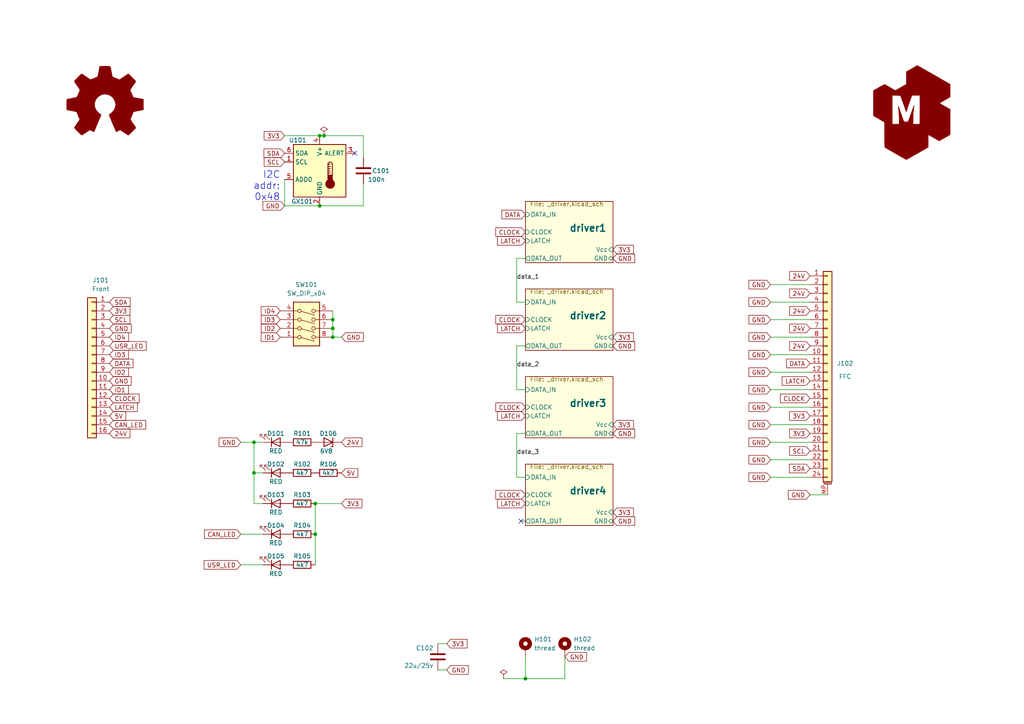
<source format=kicad_sch>
(kicad_sch (version 20211123) (generator eeschema)
  (paper "A4")
  (title_block (title "WormControl-Input32-UIBoard") (date "2026-02-10") (rev "0.1") (company "makerspace.lt"))
  (lib_symbols
    (symbol "-local:LOGO_KMS" (pin_names (offset 1.016))
      (symbol "LOGO_KMS_0_0"
        (polyline (pts (xy 0.0117 -14.5438) (xy 0.1815 -14.4596) (xy 0.4733 -14.3044) (xy 0.8715 -14.0867) (xy 1.3602 -13.8153) (xy 1.924 -13.4987) (xy 2.5471 -13.1457) (xy 3.2139 -12.765) (xy 6.35 -10.9673) (xy 6.35 -9.1666) (xy 6.3501 -8.9706) (xy 6.3525 -8.4585) (xy 6.3574 -8.0174) (xy 6.3642 -7.6719) (xy 6.3725 -7.4466) (xy 6.382 -7.366) (xy 6.3931 -7.3705) (xy 6.5163 -7.4356) (xy 6.7572 -7.5687) (xy 7.0937 -7.7574) (xy 7.504 -7.9893) (xy 7.966 -8.2524) (xy 9.518 -9.1387) (xy 9.8784 -8.9373) (xy 9.9805 -8.8799) (xy 10.249 -8.728) (xy 10.6096 -8.5232) (xy 11.0278 -8.2852) (xy 11.4694 -8.0335) (xy 12.7 -7.331) (xy 12.7 0.0494) (xy 11.176 0.9196) (xy 11.0418 0.9963) (xy 10.5993 1.2512) (xy 10.2174 1.4738) (xy 9.9177 1.6515) (xy 9.722 1.7712) (xy 9.652 1.8203) (xy 9.6578 1.8264) (xy 9.7659 1.8969) (xy 9.9934 2.0344) (xy 10.3187 2.2262) (xy 10.7201 2.4593) (xy 11.176 2.721) (xy 12.7 3.5912) (xy 12.7 7.3263) (xy 8.3185 9.8382) (xy 7.6069 10.2461) (xy 6.8355 10.688) (xy 6.1113 11.1028) (xy 5.4483 11.4824) (xy 4.8609 11.8184) (xy 4.3634 12.1028) (xy 3.9699 12.3275) (xy 3.6948 12.4842) (xy 3.5523 12.5649) (xy 3.1677 12.7795) (xy 1.5789 11.8716) (xy -0.0098 10.9637) (xy -0.0424 7.3239) (xy -1.6087 6.4227) (xy -1.8975 6.2571) (xy -2.3649 5.9936) (xy -2.7164 5.8043) (xy -2.9709 5.68) (xy -3.1477 5.612) (xy -3.2658 5.5912) (xy -3.3444 5.6086) (xy -3.4618 5.6732) (xy -3.7025 5.8093) (xy -4.0377 6.0007) (xy -4.4409 6.2321) (xy -4.8855 6.4885) (xy -5.3221 6.7382) (xy -5.7113 6.9558) (xy -6.0282 7.1278) (xy -6.2482 7.2407) (xy -6.3467 7.2813) (xy -6.3645 7.2764) (xy -6.5062 7.2095) (xy -6.7636 7.0739) (xy -7.1139 6.8821) (xy -7.5342 6.6465) (xy -8.0018 6.3795) (xy -9.5674 5.4776) (xy -9.5674 4.0688) (xy -4.064 4.0688) (xy -1.7516 4.0216) (xy -1.1718 2.4553) (xy -1 1.9865) (xy -0.7964 1.4201) (xy -0.6059 0.8796) (xy -0.4442 0.409) (xy -0.3266 0.0527) (xy -0.2179 -0.2807) (xy -0.1159 -0.5429) (xy -0.0353 -0.6449) (xy 0.0378 -0.5883) (xy 0.1173 -0.3745) (xy 0.217 -0.005) (xy 0.2461 0.1011) (xy 0.3452 0.4246) (xy 0.4827 0.8444) (xy 0.6445 1.3178) (xy 0.8165 1.8022) (xy 0.8988 2.0297) (xy 1.0719 2.5096) (xy 1.232 2.9552) (xy 1.3642 3.325) (xy 1.4536 3.5771) (xy 1.6242 4.064) (xy 3.88 4.064) (xy 3.9085 3.0691) (xy 3.9135 2.811) (xy 3.9177 2.3699) (xy 3.9198 1.8095) (xy 3.9199 1.1571) (xy 3.9179 0.44) (xy 3.9139 -0.3146) (xy 3.908 -1.0795) (xy 3.879 -4.2334) (xy 1.9224 -4.2334) (xy 1.9748 -2.4342) (xy 1.9947 -1.8396) (xy 2.0364 -0.9704) (xy 2.0906 -0.2293) (xy 2.1593 0.4093) (xy 2.2446 0.971) (xy 2.262 1.0904) (xy 2.2529 1.171) (xy 2.1976 1.1001) (xy 2.0991 0.8842) (xy 1.9605 0.5295) (xy 1.7849 0.0423) (xy 1.7468 -0.0664) (xy 1.5718 -0.5599) (xy 1.3664 -1.1332) (xy 1.1532 -1.7235) (xy 0.9546 -2.2683) (xy 0.4799 -3.5629) (xy -0.1138 -3.5383) (xy -0.7074 -3.5137) (xy -0.9586 -2.8364) (xy -0.9612 -2.8292) (xy -1.0706 -2.529) (xy -1.2213 -2.1084) (xy -1.3998 -1.6058) (xy -1.5924 -1.0595) (xy -1.7856 -0.508) (xy -1.8442 -0.3408) (xy -2.0095 0.1196) (xy -2.1523 0.5018) (xy -2.2647 0.7852) (xy -2.3386 0.9493) (xy -2.3659 0.9736) (xy -2.3657 0.9477) (xy -2.3538 0.7623) (xy -2.3275 0.455) (xy -2.29 0.0619) (xy -2.2445 -0.381) (xy -2.2379 -0.4446) (xy -2.1912 -1.0068) (xy -2.1531 -1.6534) (xy -2.1273 -2.3095) (xy -2.1176 -2.8999) (xy -2.1167 -4.2334) (xy -4.064 -4.2334) (xy -4.064 4.0688) (xy -9.5674 4.0688) (xy -9.5674 -1.8386) (xy -8.1915 -2.6257) (xy -7.7716 -2.8672) (xy -7.3526 -3.111) (xy -6.9963 -3.3211) (xy -6.7308 -3.4809) (xy -6.5844 -3.5738) (xy -6.353 -3.7348) (xy -6.3529 -7.3454) (xy -6.3527 -7.7944) (xy -6.3506 -8.6376) (xy -6.346 -9.3299) (xy -6.3386 -9.8839) (xy -6.3279 -10.3121) (xy -6.3136 -10.6272) (xy -6.2954 -10.8417) (xy -6.2729 -10.9682) (xy -6.2456 -11.0192) (xy -6.2238 -11.0319) (xy -6.0739 -11.1186) (xy -5.8 -11.2769) (xy -5.4182 -11.4974) (xy -4.9445 -11.7709) (xy -4.3949 -12.0881) (xy -3.7856 -12.4397) (xy -3.1327 -12.8164) (xy -2.8568 -12.9754) (xy -2.2209 -13.34) (xy -1.6355 -13.6733) (xy -1.1165 -13.9663) (xy -0.6799 -14.2101) (xy -0.3417 -14.3958) (xy -0.1179 -14.5142) (xy -0.0246 -14.5566) (xy 0.0117 -14.5438)) (stroke (width 0.01)) (fill (type outline)))
      )
    )
    (symbol "Connector_Generic:Conn_01x16" (pin_names (offset 1.016) hide)
      (property "Reference" "J" (at 0 20.32 0))
      (property "Value" "Conn_01x16" (at 0 -22.86 0))
      (symbol "Conn_01x16_1_1"
        (rectangle (start -1.27 -20.193) (end 0 -20.447) (stroke (width 0.1524)))
        (rectangle (start -1.27 -17.653) (end 0 -17.907) (stroke (width 0.1524)))
        (rectangle (start -1.27 -15.113) (end 0 -15.367) (stroke (width 0.1524)))
        (rectangle (start -1.27 -12.573) (end 0 -12.827) (stroke (width 0.1524)))
        (rectangle (start -1.27 -10.033) (end 0 -10.287) (stroke (width 0.1524)))
        (rectangle (start -1.27 -7.493) (end 0 -7.747) (stroke (width 0.1524)))
        (rectangle (start -1.27 -4.953) (end 0 -5.207) (stroke (width 0.1524)))
        (rectangle (start -1.27 -2.413) (end 0 -2.667) (stroke (width 0.1524)))
        (rectangle (start -1.27 0.127) (end 0 -0.127) (stroke (width 0.1524)))
        (rectangle (start -1.27 2.667) (end 0 2.413) (stroke (width 0.1524)))
        (rectangle (start -1.27 5.207) (end 0 4.953) (stroke (width 0.1524)))
        (rectangle (start -1.27 7.747) (end 0 7.493) (stroke (width 0.1524)))
        (rectangle (start -1.27 10.287) (end 0 10.033) (stroke (width 0.1524)))
        (rectangle (start -1.27 12.827) (end 0 12.573) (stroke (width 0.1524)))
        (rectangle (start -1.27 15.367) (end 0 15.113) (stroke (width 0.1524)))
        (rectangle (start -1.27 17.907) (end 0 17.653) (stroke (width 0.1524)))
        (rectangle (start -1.27 19.05) (end 1.27 -21.59) (stroke (width 0.254)) (fill (type background)))
        (pin passive line (at -5.08 17.78 0) (length 3.81) (name "Pin_1") (number "1"))
        (pin passive line (at -5.08 -5.08 0) (length 3.81) (name "Pin_10") (number "10"))
        (pin passive line (at -5.08 -7.62 0) (length 3.81) (name "Pin_11") (number "11"))
        (pin passive line (at -5.08 -10.16 0) (length 3.81) (name "Pin_12") (number "12"))
        (pin passive line (at -5.08 -12.7 0) (length 3.81) (name "Pin_13") (number "13"))
        (pin passive line (at -5.08 -15.24 0) (length 3.81) (name "Pin_14") (number "14"))
        (pin passive line (at -5.08 -17.78 0) (length 3.81) (name "Pin_15") (number "15"))
        (pin passive line (at -5.08 -20.32 0) (length 3.81) (name "Pin_16") (number "16"))
        (pin passive line (at -5.08 15.24 0) (length 3.81) (name "Pin_2") (number "2"))
        (pin passive line (at -5.08 12.7 0) (length 3.81) (name "Pin_3") (number "3"))
        (pin passive line (at -5.08 10.16 0) (length 3.81) (name "Pin_4") (number "4"))
        (pin passive line (at -5.08 7.62 0) (length 3.81) (name "Pin_5") (number "5"))
        (pin passive line (at -5.08 5.08 0) (length 3.81) (name "Pin_6") (number "6"))
        (pin passive line (at -5.08 2.54 0) (length 3.81) (name "Pin_7") (number "7"))
        (pin passive line (at -5.08 0 0) (length 3.81) (name "Pin_8") (number "8"))
        (pin passive line (at -5.08 -2.54 0) (length 3.81) (name "Pin_9") (number "9"))
      )
    )
    (symbol "Connector_Generic_MountingPin:Conn_01x24_MountingPin" (pin_names (offset 1.016) hide)
      (property "Reference" "J" (at 0 30.48 0))
      (property "Value" "Conn_01x24_MountingPin" (at 1.27 -33.02 0))
      (symbol "Conn_01x24_MountingPin_1_1"
        (rectangle (start -1.27 -30.353) (end 0 -30.607) (stroke (width 0.1524)))
        (rectangle (start -1.27 -27.813) (end 0 -28.067) (stroke (width 0.1524)))
        (rectangle (start -1.27 -25.273) (end 0 -25.527) (stroke (width 0.1524)))
        (rectangle (start -1.27 -22.733) (end 0 -22.987) (stroke (width 0.1524)))
        (rectangle (start -1.27 -20.193) (end 0 -20.447) (stroke (width 0.1524)))
        (rectangle (start -1.27 -17.653) (end 0 -17.907) (stroke (width 0.1524)))
        (rectangle (start -1.27 -15.113) (end 0 -15.367) (stroke (width 0.1524)))
        (rectangle (start -1.27 -12.573) (end 0 -12.827) (stroke (width 0.1524)))
        (rectangle (start -1.27 -10.033) (end 0 -10.287) (stroke (width 0.1524)))
        (rectangle (start -1.27 -7.493) (end 0 -7.747) (stroke (width 0.1524)))
        (rectangle (start -1.27 -4.953) (end 0 -5.207) (stroke (width 0.1524)))
        (rectangle (start -1.27 -2.413) (end 0 -2.667) (stroke (width 0.1524)))
        (rectangle (start -1.27 0.127) (end 0 -0.127) (stroke (width 0.1524)))
        (rectangle (start -1.27 2.667) (end 0 2.413) (stroke (width 0.1524)))
        (rectangle (start -1.27 5.207) (end 0 4.953) (stroke (width 0.1524)))
        (rectangle (start -1.27 7.747) (end 0 7.493) (stroke (width 0.1524)))
        (rectangle (start -1.27 10.287) (end 0 10.033) (stroke (width 0.1524)))
        (rectangle (start -1.27 12.827) (end 0 12.573) (stroke (width 0.1524)))
        (rectangle (start -1.27 15.367) (end 0 15.113) (stroke (width 0.1524)))
        (rectangle (start -1.27 17.907) (end 0 17.653) (stroke (width 0.1524)))
        (rectangle (start -1.27 20.447) (end 0 20.193) (stroke (width 0.1524)))
        (rectangle (start -1.27 22.987) (end 0 22.733) (stroke (width 0.1524)))
        (rectangle (start -1.27 25.527) (end 0 25.273) (stroke (width 0.1524)))
        (rectangle (start -1.27 28.067) (end 0 27.813) (stroke (width 0.1524)))
        (rectangle (start -1.27 29.21) (end 1.27 -31.75) (stroke (width 0.254)) (fill (type background)))
        (polyline (pts (xy -1.016 -32.512) (xy 1.016 -32.512)) (stroke (width 0.1524)))
        (text "Mounting" (at 0 -32.131 0) (effects (font (size 0.381 0.381))))
        (pin passive line (at -5.08 27.94 0) (length 3.81) (name "Pin_1") (number "1"))
        (pin passive line (at -5.08 5.08 0) (length 3.81) (name "Pin_10") (number "10"))
        (pin passive line (at -5.08 2.54 0) (length 3.81) (name "Pin_11") (number "11"))
        (pin passive line (at -5.08 0 0) (length 3.81) (name "Pin_12") (number "12"))
        (pin passive line (at -5.08 -2.54 0) (length 3.81) (name "Pin_13") (number "13"))
        (pin passive line (at -5.08 -5.08 0) (length 3.81) (name "Pin_14") (number "14"))
        (pin passive line (at -5.08 -7.62 0) (length 3.81) (name "Pin_15") (number "15"))
        (pin passive line (at -5.08 -10.16 0) (length 3.81) (name "Pin_16") (number "16"))
        (pin passive line (at -5.08 -12.7 0) (length 3.81) (name "Pin_17") (number "17"))
        (pin passive line (at -5.08 -15.24 0) (length 3.81) (name "Pin_18") (number "18"))
        (pin passive line (at -5.08 -17.78 0) (length 3.81) (name "Pin_19") (number "19"))
        (pin passive line (at -5.08 25.4 0) (length 3.81) (name "Pin_2") (number "2"))
        (pin passive line (at -5.08 -20.32 0) (length 3.81) (name "Pin_20") (number "20"))
        (pin passive line (at -5.08 -22.86 0) (length 3.81) (name "Pin_21") (number "21"))
        (pin passive line (at -5.08 -25.4 0) (length 3.81) (name "Pin_22") (number "22"))
        (pin passive line (at -5.08 -27.94 0) (length 3.81) (name "Pin_23") (number "23"))
        (pin passive line (at -5.08 -30.48 0) (length 3.81) (name "Pin_24") (number "24"))
        (pin passive line (at -5.08 22.86 0) (length 3.81) (name "Pin_3") (number "3"))
        (pin passive line (at -5.08 20.32 0) (length 3.81) (name "Pin_4") (number "4"))
        (pin passive line (at -5.08 17.78 0) (length 3.81) (name "Pin_5") (number "5"))
        (pin passive line (at -5.08 15.24 0) (length 3.81) (name "Pin_6") (number "6"))
        (pin passive line (at -5.08 12.7 0) (length 3.81) (name "Pin_7") (number "7"))
        (pin passive line (at -5.08 10.16 0) (length 3.81) (name "Pin_8") (number "8"))
        (pin passive line (at -5.08 7.62 0) (length 3.81) (name "Pin_9") (number "9"))
        (pin passive line (at 0 -35.56 90) (length 3.048) (name "MountPin") (number "MP"))
      )
    )
    (symbol "Device:C" (pin_numbers hide) (pin_names (offset 0.254))
      (property "Reference" "C" (at 0.635 2.54 0))
      (property "Value" "C" (at 0.635 -2.54 0))
      (symbol "C_0_1"
        (polyline (pts (xy -2.032 -0.762) (xy 2.032 -0.762)) (stroke (width 0.508)))
        (polyline (pts (xy -2.032 0.762) (xy 2.032 0.762)) (stroke (width 0.508)))
      )
      (symbol "C_1_1"
        (pin passive line (at 0 3.81 270) (length 2.794) (name "~") (number "1"))
        (pin passive line (at 0 -3.81 90) (length 2.794) (name "~") (number "2"))
      )
    )
    (symbol "Device:D_Zener" (pin_numbers hide) (pin_names (offset 1.016) hide)
      (property "Reference" "D" (at 0 2.54 0))
      (property "Value" "D_Zener" (at 0 -2.54 0))
      (symbol "D_Zener_0_1"
        (polyline (pts (xy 1.27 0) (xy -1.27 0)))
        (polyline (pts (xy -1.27 -1.27) (xy -1.27 1.27) (xy -0.762 1.27)) (stroke (width 0.254)))
        (polyline (pts (xy 1.27 -1.27) (xy 1.27 1.27) (xy -1.27 0) (xy 1.27 -1.27)) (stroke (width 0.254)))
      )
      (symbol "D_Zener_1_1"
        (pin passive line (at -3.81 0 0) (length 2.54) (name "K") (number "1"))
        (pin passive line (at 3.81 0 180) (length 2.54) (name "A") (number "2"))
      )
    )
    (symbol "Device:LED" (pin_numbers hide) (pin_names (offset 1.016) hide)
      (property "Reference" "D" (at 0 2.54 0))
      (property "Value" "LED" (at 0 -2.54 0))
      (symbol "LED_0_1"
        (polyline (pts (xy -1.27 -1.27) (xy -1.27 1.27)) (stroke (width 0.254)))
        (polyline (pts (xy -1.27 0) (xy 1.27 0)))
        (polyline (pts (xy 1.27 -1.27) (xy 1.27 1.27) (xy -1.27 0) (xy 1.27 -1.27)) (stroke (width 0.254)))
        (polyline (pts (xy -3.048 -0.762) (xy -4.572 -2.286) (xy -3.81 -2.286) (xy -4.572 -2.286) (xy -4.572 -1.524)))
        (polyline (pts (xy -1.778 -0.762) (xy -3.302 -2.286) (xy -2.54 -2.286) (xy -3.302 -2.286) (xy -3.302 -1.524)))
      )
      (symbol "LED_1_1"
        (pin passive line (at -3.81 0 0) (length 2.54) (name "K") (number "1"))
        (pin passive line (at 3.81 0 180) (length 2.54) (name "A") (number "2"))
      )
    )
    (symbol "Device:R" (pin_numbers hide) (pin_names (offset 0))
      (property "Reference" "R" (at 2.032 0 90))
      (property "Value" "R" (at 0 0 90))
      (symbol "R_0_1"
        (rectangle (start -1.016 -2.54) (end 1.016 2.54) (stroke (width 0.254)))
      )
      (symbol "R_1_1"
        (pin passive line (at 0 3.81 270) (length 1.27) (name "~") (number "1"))
        (pin passive line (at 0 -3.81 90) (length 1.27) (name "~") (number "2"))
      )
    )
    (symbol "Graphic:Logo_Open_Hardware_Large" (pin_names (offset 1.016))
      (symbol "Logo_Open_Hardware_Large_1_1"
        (polyline (pts (xy 6.731 -8.7122) (xy 6.6294 -8.6614) (xy 6.35 -8.4836) (xy 5.9944 -8.255) (xy 5.5372 -7.9502) (xy 5.1054 -7.6454) (xy 4.7498 -7.4168) (xy 4.4958 -7.239) (xy 4.3942 -7.1882) (xy 4.318 -7.2136) (xy 4.1148 -7.3152) (xy 3.81 -7.4676) (xy 3.6322 -7.5692) (xy 3.3528 -7.6708) (xy 3.2258 -7.6962) (xy 3.2004 -7.6708) (xy 3.0988 -7.4676) (xy 2.9464 -7.0866) (xy 2.7178 -6.604) (xy 2.4892 -6.0452) (xy 2.2352 -5.4356) (xy 1.9558 -4.826) (xy 1.7272 -4.2164) (xy 1.4986 -3.683) (xy 1.3208 -3.2512) (xy 1.2192 -2.9464) (xy 1.1684 -2.8194) (xy 1.1938 -2.794) (xy 1.3208 -2.667) (xy 1.5748 -2.4892) (xy 2.0828 -2.0574) (xy 2.6162 -1.397) (xy 2.921 -0.6604) (xy 3.048 0.1524) (xy 2.9464 0.9144) (xy 2.6416 1.6256) (xy 2.1336 2.286) (xy 1.524 2.7686) (xy 0.8128 3.0734) (xy 0 3.175) (xy -0.762 3.0988) (xy -1.4986 2.794) (xy -2.159 2.286) (xy -2.4384 1.9812) (xy -2.8194 1.3208) (xy -3.048 0.6096) (xy -3.0734 0.4318) (xy -3.0226 -0.3556) (xy -2.794 -1.0922) (xy -2.3876 -1.7526) (xy -1.8288 -2.3114) (xy -1.7526 -2.3622) (xy -1.4732 -2.5654) (xy -1.2954 -2.6924) (xy -1.1684 -2.8194) (xy -2.159 -5.207) (xy -2.3114 -5.588) (xy -2.5908 -6.2484) (xy -2.8194 -6.8072) (xy -3.0226 -7.2644) (xy -3.1496 -7.5692) (xy -3.2258 -7.6708) (xy -3.2258 -7.6962) (xy -3.302 -7.6962) (xy -3.4798 -7.6454) (xy -3.8354 -7.4676) (xy -4.0386 -7.366) (xy -4.2926 -7.239) (xy -4.4196 -7.1882) (xy -4.5212 -7.239) (xy -4.7498 -7.3914) (xy -5.1054 -7.6454) (xy -5.5372 -7.9248) (xy -5.9436 -8.2042) (xy -6.3246 -8.4582) (xy -6.604 -8.636) (xy -6.731 -8.7122) (xy -6.7564 -8.7122) (xy -6.858 -8.636) (xy -7.0866 -8.4582) (xy -7.4168 -8.1534) (xy -7.874 -7.6962) (xy -7.9502 -7.62) (xy -8.3312 -7.239) (xy -8.636 -6.9088) (xy -8.8392 -6.6802) (xy -8.9154 -6.5786) (xy -8.9154 -6.5786) (xy -8.8392 -6.4516) (xy -8.6614 -6.1722) (xy -8.4328 -5.7912) (xy -8.128 -5.3594) (xy -7.3152 -4.191) (xy -7.7724 -3.0988) (xy -7.8994 -2.7686) (xy -8.0772 -2.3622) (xy -8.2042 -2.0828) (xy -8.255 -1.9558) (xy -8.382 -1.905) (xy -8.6614 -1.8542) (xy -9.0932 -1.7526) (xy -9.6266 -1.651) (xy -10.1092 -1.5748) (xy -10.541 -1.4732) (xy -10.8712 -1.4224) (xy -11.0236 -1.397) (xy -11.049 -1.3716) (xy -11.0744 -1.2954) (xy -11.0998 -1.143) (xy -11.0998 -0.889) (xy -11.1252 -0.4572) (xy -11.1252 0.1524) (xy -11.1252 0.2286) (xy -11.0998 0.8128) (xy -11.0998 1.27) (xy -11.0744 1.5494) (xy -11.0744 1.6764) (xy -11.0744 1.6764) (xy -10.922 1.7018) (xy -10.6172 1.778) (xy -10.16 1.8542) (xy -9.652 1.9558) (xy -9.6012 1.9812) (xy -9.0932 2.0828) (xy -8.636 2.159) (xy -8.3312 2.2352) (xy -8.2042 2.286) (xy -8.1788 2.3114) (xy -8.0772 2.5146) (xy -7.9248 2.8448) (xy -7.747 3.2512) (xy -7.5692 3.6576) (xy -7.4168 4.0386) (xy -7.3152 4.318) (xy -7.2898 4.445) (xy -7.2898 4.445) (xy -7.366 4.572) (xy -7.5438 4.826) (xy -7.7978 5.207) (xy -8.128 5.6642) (xy -8.128 5.6896) (xy -8.4328 6.1468) (xy -8.6868 6.5278) (xy -8.8392 6.7818) (xy -8.9154 6.9088) (xy -8.9154 6.9088) (xy -8.8138 7.0358) (xy -8.5852 7.2898) (xy -8.255 7.6454) (xy -7.874 8.0264) (xy -7.747 8.1534) (xy -7.3152 8.5852) (xy -7.0104 8.8646) (xy -6.8326 8.9916) (xy -6.731 9.0424) (xy -6.731 9.0424) (xy -6.604 8.9408) (xy -6.3246 8.763) (xy -5.9436 8.509) (xy -5.4864 8.2042) (xy -5.461 8.1788) (xy -5.0038 7.874) (xy -4.6482 7.62) (xy -4.3688 7.4422) (xy -4.2672 7.3914) (xy -4.2418 7.3914) (xy -4.064 7.4422) (xy -3.7338 7.5438) (xy -3.3528 7.6962) (xy -2.9464 7.874) (xy -2.5654 8.0264) (xy -2.286 8.1534) (xy -2.159 8.2296) (xy -2.159 8.2296) (xy -2.1082 8.382) (xy -2.032 8.7122) (xy -1.9304 9.1694) (xy -1.8288 9.7282) (xy -1.8034 9.8044) (xy -1.7018 10.3378) (xy -1.6256 10.7696) (xy -1.5748 11.0744) (xy -1.524 11.2014) (xy -1.4478 11.2268) (xy -1.1938 11.2522) (xy -0.8128 11.2522) (xy -0.3302 11.2522) (xy 0.1524 11.2522) (xy 0.6604 11.2522) (xy 1.0668 11.2268) (xy 1.3716 11.2014) (xy 1.4986 11.176) (xy 1.4986 11.176) (xy 1.5494 11.0236) (xy 1.6256 10.6934) (xy 1.7018 10.2108) (xy 1.8288 9.6774) (xy 1.8288 9.5758) (xy 1.9304 9.0424) (xy 2.032 8.6106) (xy 2.0828 8.3058) (xy 2.1336 8.2042) (xy 2.159 8.1788) (xy 2.3876 8.0772) (xy 2.7432 7.9248) (xy 3.175 7.747) (xy 4.191 7.3406) (xy 5.461 8.2042) (xy 5.5626 8.2804) (xy 6.0198 8.5852) (xy 6.3754 8.8392) (xy 6.6294 8.9916) (xy 6.7564 9.0424) (xy 6.7564 9.0424) (xy 6.8834 8.9408) (xy 7.1374 8.7122) (xy 7.4676 8.382) (xy 7.8486 7.9756) (xy 8.1534 7.6962) (xy 8.4836 7.3406) (xy 8.7122 7.112) (xy 8.8392 6.9596) (xy 8.8646 6.858) (xy 8.8646 6.8072) (xy 8.7884 6.6802) (xy 8.6106 6.4008) (xy 8.3312 6.0198) (xy 8.0264 5.588) (xy 7.7978 5.207) (xy 7.5184 4.8006) (xy 7.3406 4.4958) (xy 7.2898 4.3434) (xy 7.2898 4.2926) (xy 7.3914 4.0386) (xy 7.5184 3.683) (xy 7.7216 3.2258) (xy 8.1534 2.2352) (xy 8.7884 2.1082) (xy 9.1948 2.0574) (xy 9.7536 1.9304) (xy 10.2616 1.8288) (xy 11.0998 1.6764) (xy 11.1252 -1.3208) (xy 10.9982 -1.3716) (xy 10.8712 -1.397) (xy 10.5664 -1.4732) (xy 10.1346 -1.5494) (xy 9.6266 -1.651) (xy 9.1948 -1.7272) (xy 8.7376 -1.8288) (xy 8.4328 -1.8796) (xy 8.2804 -1.905) (xy 8.255 -1.9558) (xy 8.1534 -2.159) (xy 7.9756 -2.5146) (xy 7.8232 -2.921) (xy 7.6454 -3.3274) (xy 7.493 -3.7338) (xy 7.366 -4.0132) (xy 7.3406 -4.191) (xy 7.3914 -4.2926) (xy 7.5692 -4.5466) (xy 7.7978 -4.9276) (xy 8.1026 -5.3594) (xy 8.4074 -5.7912) (xy 8.6614 -6.1722) (xy 8.8138 -6.4262) (xy 8.89 -6.5532) (xy 8.8646 -6.6548) (xy 8.6868 -6.858) (xy 8.3566 -7.1882) (xy 7.874 -7.6708) (xy 7.7978 -7.747) (xy 7.3914 -8.128) (xy 7.0612 -8.4328) (xy 6.8326 -8.636) (xy 6.731 -8.7122)) (fill (type outline)))
      )
    )
    (symbol "Mechanical:MountingHole_Pad" (pin_numbers hide) (pin_names (offset 1.016) hide)
      (property "Reference" "H" (at 0 6.35 0))
      (property "Value" "MountingHole_Pad" (at 0 4.445 0))
      (symbol "MountingHole_Pad_0_1"
        (circle (center 0 1.27) (radius 1.27) (stroke (width 1.27)))
      )
      (symbol "MountingHole_Pad_1_1"
        (pin input line (at 0 -2.54 90) (length 2.54) (name "1") (number "1"))
      )
    )
    (symbol "Sensor_Temperature:TMP101"
      (property "Reference" "U" (at -2.54 10.795 0))
      (property "Value" "TMP101" (at -2.54 8.89 0))
      (symbol "TMP101_0_1"
        (rectangle (start -7.62 7.62) (end 7.62 -7.62) (stroke (width 0.254)) (fill (type background)))
      )
      (symbol "TMP101_1_1"
        (polyline (pts (xy 2.413 -0.635) (xy 3.048 -0.635)) (stroke (width 0.254)))
        (polyline (pts (xy 2.413 0) (xy 3.048 0)) (stroke (width 0.254)))
        (polyline (pts (xy 2.413 0.635) (xy 3.048 0.635)) (stroke (width 0.254)))
        (polyline (pts (xy 2.413 1.27) (xy 3.048 1.27)) (stroke (width 0.254)))
        (polyline (pts (xy 2.413 1.905) (xy 2.413 -1.27)) (stroke (width 0.254)))
        (polyline (pts (xy 2.413 1.905) (xy 3.048 1.905)) (stroke (width 0.254)))
        (polyline (pts (xy 3.683 1.905) (xy 3.683 -1.27)) (stroke (width 0.254)))
        (circle (center 3.048 -3.81) (radius 1.27) (stroke (width 0.254)) (fill (type outline)))
        (rectangle (start 3.683 -3.175) (end 2.413 -1.27) (stroke (width 0.254)) (fill (type outline)))
        (arc (start 3.683 1.905) (mid 3.048 2.54) (end 2.413 1.905) (stroke (width 0.254)))
        (pin input line (at -10.16 2.54 0) (length 2.54) (name "SCL") (number "1"))
        (pin power_in line (at 0 -10.16 90) (length 2.54) (name "GND") (number "2"))
        (pin open_collector line (at 10.16 5.08 180) (length 2.54) (name "ALERT") (number "3"))
        (pin power_in line (at 0 10.16 270) (length 2.54) (name "V+") (number "4"))
        (pin input line (at -10.16 -2.54 0) (length 2.54) (name "ADD0") (number "5"))
        (pin bidirectional line (at -10.16 5.08 0) (length 2.54) (name "SDA") (number "6"))
      )
    )
    (symbol "Switch:SW_DIP_x04" (pin_names (offset 0) hide)
      (property "Reference" "SW" (at 0 8.89 0))
      (property "Value" "SW_DIP_x04" (at 0 -6.35 0))
      (symbol "SW_DIP_x04_0_0"
        (circle (center -2.032 -2.54) (radius 0.508))
        (circle (center -2.032 0) (radius 0.508))
        (circle (center -2.032 2.54) (radius 0.508))
        (circle (center -2.032 5.08) (radius 0.508))
        (polyline (pts (xy -1.524 -2.3876) (xy 2.3622 -1.3462)))
        (polyline (pts (xy -1.524 0.127) (xy 2.3622 1.1684)))
        (polyline (pts (xy -1.524 2.667) (xy 2.3622 3.7084)))
        (polyline (pts (xy -1.524 5.207) (xy 2.3622 6.2484)))
        (circle (center 2.032 -2.54) (radius 0.508))
        (circle (center 2.032 0) (radius 0.508))
        (circle (center 2.032 2.54) (radius 0.508))
        (circle (center 2.032 5.08) (radius 0.508))
      )
      (symbol "SW_DIP_x04_0_1"
        (rectangle (start -3.81 7.62) (end 3.81 -5.08) (stroke (width 0.254)) (fill (type background)))
      )
      (symbol "SW_DIP_x04_1_1"
        (pin passive line (at -7.62 5.08 0) (length 5.08) (name "~") (number "1"))
        (pin passive line (at -7.62 2.54 0) (length 5.08) (name "~") (number "2"))
        (pin passive line (at -7.62 0 0) (length 5.08) (name "~") (number "3"))
        (pin passive line (at -7.62 -2.54 0) (length 5.08) (name "~") (number "4"))
        (pin passive line (at 7.62 -2.54 180) (length 5.08) (name "~") (number "5"))
        (pin passive line (at 7.62 0 180) (length 5.08) (name "~") (number "6"))
        (pin passive line (at 7.62 2.54 180) (length 5.08) (name "~") (number "7"))
        (pin passive line (at 7.62 5.08 180) (length 5.08) (name "~") (number "8"))
      )
    )
    (symbol "power:PWR_FLAG" (power) (pin_numbers hide) (pin_names (offset 0) hide)
      (property "Value" "PWR_FLAG" (at 0 3.81 0))
      (symbol "PWR_FLAG_0_0"
        (pin power_out line (at 0 0 90) (length 0) (name "pwr") (number "1"))
      )
      (symbol "PWR_FLAG_0_1"
        (polyline (pts (xy 0 0) (xy 0 1.27) (xy -1.016 1.905) (xy 0 2.54) (xy 1.016 1.905) (xy 0 1.27)))
      )
    )
  )
  (junction (at 73.66 128.27))
  (junction (at 73.66 137.16))
  (junction (at 96.52 97.79))
  (junction (at 96.52 95.25))
  (junction (at 152.4 196.85))
  (junction (at 91.44 146.05))
  (junction (at 92.71 59.69))
  (junction (at 93.98 39.37))
  (junction (at 96.52 92.71))
  (junction (at 91.44 154.94))
  (junction (at 92.71 39.37))
  (no_connect (at 102.87 44.45))
  (no_connect (at 151.13 151.13))
  (wire (pts (xy 152.4 125.73) (xy 149.86 125.73)))
  (wire (pts (xy 105.41 45.72) (xy 105.41 39.37)))
  (wire (pts (xy 152.4 74.93) (xy 149.86 74.93)))
  (wire (pts (xy 96.52 97.79) (xy 96.52 95.25)))
  (wire (pts (xy 82.55 52.07) (xy 82.55 59.69)))
  (wire (pts (xy 76.2 128.27) (xy 73.66 128.27)))
  (wire (pts (xy 234.95 128.27) (xy 223.52 128.27)))
  (wire (pts (xy 105.41 53.34) (xy 105.41 59.69)))
  (wire (pts (xy 223.52 138.43) (xy 234.95 138.43)))
  (wire (pts (xy 234.95 118.11) (xy 223.52 118.11)))
  (wire (pts (xy 82.55 39.37) (xy 92.71 39.37)))
  (wire (pts (xy 96.52 95.25) (xy 96.52 92.71)))
  (wire (pts (xy 96.52 92.71) (xy 96.52 90.17)))
  (wire (pts (xy 163.83 196.85) (xy 163.83 190.5)))
  (wire (pts (xy 223.52 107.95) (xy 234.95 107.95)))
  (wire (pts (xy 149.86 138.43) (xy 152.4 138.43)))
  (wire (pts (xy 105.41 59.69) (xy 92.71 59.69)))
  (wire (pts (xy 92.71 59.69) (xy 82.55 59.69)))
  (wire (pts (xy 223.52 82.55) (xy 234.95 82.55)))
  (wire (pts (xy 149.86 125.73) (xy 149.86 138.43)))
  (wire (pts (xy 234.95 143.51) (xy 240.03 143.51)))
  (wire (pts (xy 223.52 87.63) (xy 234.95 87.63)))
  (wire (pts (xy 91.44 154.94) (xy 91.44 163.83)))
  (wire (pts (xy 91.44 146.05) (xy 91.44 154.94)))
  (wire (pts (xy 152.4 100.33) (xy 149.86 100.33)))
  (wire (pts (xy 129.54 194.31) (xy 127 194.31)))
  (wire (pts (xy 99.06 146.05) (xy 91.44 146.05)))
  (wire (pts (xy 129.54 186.69) (xy 127 186.69)))
  (wire (pts (xy 223.52 133.35) (xy 234.95 133.35)))
  (wire (pts (xy 69.85 163.83) (xy 76.2 163.83)))
  (wire (pts (xy 223.52 102.87) (xy 234.95 102.87)))
  (wire (pts (xy 93.98 39.37) (xy 92.71 39.37)))
  (wire (pts (xy 223.52 97.79) (xy 234.95 97.79)))
  (wire (pts (xy 105.41 39.37) (xy 93.98 39.37)))
  (wire (pts (xy 151.13 151.13) (xy 152.4 151.13)))
  (wire (pts (xy 223.52 113.03) (xy 234.95 113.03)))
  (wire (pts (xy 152.4 196.85) (xy 152.4 190.5)))
  (wire (pts (xy 149.86 87.63) (xy 152.4 87.63)))
  (wire (pts (xy 234.95 123.19) (xy 223.52 123.19)))
  (wire (pts (xy 73.66 128.27) (xy 73.66 137.16)))
  (wire (pts (xy 73.66 146.05) (xy 76.2 146.05)))
  (wire (pts (xy 73.66 137.16) (xy 73.66 146.05)))
  (wire (pts (xy 76.2 137.16) (xy 73.66 137.16)))
  (wire (pts (xy 146.05 196.85) (xy 152.4 196.85)))
  (wire (pts (xy 149.86 113.03) (xy 152.4 113.03)))
  (wire (pts (xy 223.52 92.71) (xy 234.95 92.71)))
  (wire (pts (xy 69.85 128.27) (xy 73.66 128.27)))
  (wire (pts (xy 149.86 74.93) (xy 149.86 87.63)))
  (wire (pts (xy 76.2 154.94) (xy 69.85 154.94)))
  (wire (pts (xy 99.06 97.79) (xy 96.52 97.79)))
  (wire (pts (xy 149.86 100.33) (xy 149.86 113.03)))
  (wire (pts (xy 152.4 196.85) (xy 163.83 196.85)))
  (text "I2C\naddr:\n0x48" (at 81.28 58.42 180) (effects (font (size 2 2)) (justify right bottom)))
  (label "data_3" (at 149.86 132.08 0))
  (label "data_1" (at 149.86 81.28 0))
  (label "data_2" (at 149.86 106.68 0))
  (global_label "DATA" (shape input) (at 152.4 62.23 180) (property "Intersheet References" "${INTERSHEET_REFS}" (effects hide)))
  (global_label "24V" (shape input) (at 234.95 80.01 180) (property "Intersheet References" "${INTERSHEET_REFS}" (effects hide)))
  (global_label "GND" (shape input) (at 99.06 97.79 0) (property "Intersheet References" "${INTERSHEET_REFS}" (effects hide)))
  (global_label "GND" (shape input) (at 223.52 87.63 180) (property "Intersheet References" "${INTERSHEET_REFS}" (effects hide)))
  (global_label "GND" (shape input) (at 223.52 128.27 180) (property "Intersheet References" "${INTERSHEET_REFS}" (effects hide)))
  (global_label "CLOCK" (shape input) (at 234.95 115.57 180) (property "Intersheet References" "${INTERSHEET_REFS}" (effects hide)))
  (global_label "CAN_LED" (shape input) (at 69.85 154.94 180) (property "Intersheet References" "${INTERSHEET_REFS}" (effects hide)))
  (global_label "GND" (shape input) (at 177.8 151.13 0) (property "Intersheet References" "${INTERSHEET_REFS}" (effects hide)))
  (global_label "GND" (shape input) (at 223.52 133.35 180) (property "Intersheet References" "${INTERSHEET_REFS}" (effects hide)))
  (global_label "SCL" (shape input) (at 82.55 46.99 180) (property "Intersheet References" "${INTERSHEET_REFS}" (effects hide)))
  (global_label "GND" (shape input) (at 177.8 125.73 0) (property "Intersheet References" "${INTERSHEET_REFS}" (effects hide)))
  (global_label "LATCH" (shape input) (at 234.95 110.49 180) (property "Intersheet References" "${INTERSHEET_REFS}" (effects hide)))
  (global_label "3V3" (shape input) (at 31.75 90.17 0) (property "Intersheet References" "${INTERSHEET_REFS}" (effects hide)))
  (global_label "GND" (shape input) (at 223.52 102.87 180) (property "Intersheet References" "${INTERSHEET_REFS}" (effects hide)))
  (global_label "5V" (shape input) (at 99.06 137.16 0) (property "Intersheet References" "${INTERSHEET_REFS}" (effects hide)))
  (global_label "SCL" (shape input) (at 31.75 92.71 0) (property "Intersheet References" "${INTERSHEET_REFS}" (effects hide)))
  (global_label "DATA" (shape input) (at 31.75 105.41 0) (property "Intersheet References" "${INTERSHEET_REFS}" (effects hide)))
  (global_label "CLOCK" (shape input) (at 152.4 92.71 180) (property "Intersheet References" "${INTERSHEET_REFS}" (effects hide)))
  (global_label "LATCH" (shape input) (at 31.75 118.11 0) (property "Intersheet References" "${INTERSHEET_REFS}" (effects hide)))
  (global_label "ID2" (shape input) (at 81.28 95.25 180) (property "Intersheet References" "${INTERSHEET_REFS}" (effects hide)))
  (global_label "USR_LED" (shape input) (at 31.75 100.33 0) (property "Intersheet References" "${INTERSHEET_REFS}" (effects hide)))
  (global_label "3V3" (shape input) (at 234.95 125.73 180) (property "Intersheet References" "${INTERSHEET_REFS}" (effects hide)))
  (global_label "GND" (shape input) (at 82.55 59.69 180) (property "Intersheet References" "${INTERSHEET_REFS}" (effects hide)))
  (global_label "USR_LED" (shape input) (at 69.85 163.83 180) (property "Intersheet References" "${INTERSHEET_REFS}" (effects hide)))
  (global_label "ID1" (shape input) (at 31.75 113.03 0) (property "Intersheet References" "${INTERSHEET_REFS}" (effects hide)))
  (global_label "ID4" (shape input) (at 81.28 90.17 180) (property "Intersheet References" "${INTERSHEET_REFS}" (effects hide)))
  (global_label "3V3" (shape input) (at 177.8 123.19 0) (property "Intersheet References" "${INTERSHEET_REFS}" (effects hide)))
  (global_label "3V3" (shape input) (at 99.06 146.05 0) (property "Intersheet References" "${INTERSHEET_REFS}" (effects hide)))
  (global_label "ID2" (shape input) (at 31.75 107.95 0) (property "Intersheet References" "${INTERSHEET_REFS}" (effects hide)))
  (global_label "SDA" (shape input) (at 31.75 87.63 0) (property "Intersheet References" "${INTERSHEET_REFS}" (effects hide)))
  (global_label "GND" (shape input) (at 177.8 74.93 0) (property "Intersheet References" "${INTERSHEET_REFS}" (effects hide)))
  (global_label "GND" (shape input) (at 223.52 107.95 180) (property "Intersheet References" "${INTERSHEET_REFS}" (effects hide)))
  (global_label "24V" (shape input) (at 99.06 128.27 0) (property "Intersheet References" "${INTERSHEET_REFS}" (effects hide)))
  (global_label "LATCH" (shape input) (at 152.4 69.85 180) (property "Intersheet References" "${INTERSHEET_REFS}" (effects hide)))
  (global_label "24V" (shape input) (at 234.95 95.25 180) (property "Intersheet References" "${INTERSHEET_REFS}" (effects hide)))
  (global_label "GND" (shape input) (at 223.52 113.03 180) (property "Intersheet References" "${INTERSHEET_REFS}" (effects hide)))
  (global_label "24V" (shape input) (at 31.75 125.73 0) (property "Intersheet References" "${INTERSHEET_REFS}" (effects hide)))
  (global_label "LATCH" (shape input) (at 152.4 146.05 180) (property "Intersheet References" "${INTERSHEET_REFS}" (effects hide)))
  (global_label "DATA" (shape input) (at 234.95 105.41 180) (property "Intersheet References" "${INTERSHEET_REFS}" (effects hide)))
  (global_label "3V3" (shape input) (at 129.54 186.69 0) (property "Intersheet References" "${INTERSHEET_REFS}" (effects hide)))
  (global_label "GND" (shape input) (at 223.52 118.11 180) (property "Intersheet References" "${INTERSHEET_REFS}" (effects hide)))
  (global_label "ID3" (shape input) (at 31.75 102.87 0) (property "Intersheet References" "${INTERSHEET_REFS}" (effects hide)))
  (global_label "GND" (shape input) (at 223.52 82.55 180) (property "Intersheet References" "${INTERSHEET_REFS}" (effects hide)))
  (global_label "ID4" (shape input) (at 31.75 97.79 0) (property "Intersheet References" "${INTERSHEET_REFS}" (effects hide)))
  (global_label "GND" (shape input) (at 177.8 100.33 0) (property "Intersheet References" "${INTERSHEET_REFS}" (effects hide)))
  (global_label "5V" (shape input) (at 31.75 120.65 0) (property "Intersheet References" "${INTERSHEET_REFS}" (effects hide)))
  (global_label "GND" (shape input) (at 223.52 138.43 180) (property "Intersheet References" "${INTERSHEET_REFS}" (effects hide)))
  (global_label "3V3" (shape input) (at 177.8 97.79 0) (property "Intersheet References" "${INTERSHEET_REFS}" (effects hide)))
  (global_label "CLOCK" (shape input) (at 152.4 118.11 180) (property "Intersheet References" "${INTERSHEET_REFS}" (effects hide)))
  (global_label "GND" (shape input) (at 223.52 97.79 180) (property "Intersheet References" "${INTERSHEET_REFS}" (effects hide)))
  (global_label "SDA" (shape input) (at 234.95 135.89 180) (property "Intersheet References" "${INTERSHEET_REFS}" (effects hide)))
  (global_label "GND" (shape input) (at 163.83 190.5 0) (property "Intersheet References" "${INTERSHEET_REFS}" (effects hide)))
  (global_label "3V3" (shape input) (at 234.95 120.65 180) (property "Intersheet References" "${INTERSHEET_REFS}" (effects hide)))
  (global_label "GND" (shape input) (at 31.75 110.49 0) (property "Intersheet References" "${INTERSHEET_REFS}" (effects hide)))
  (global_label "CLOCK" (shape input) (at 152.4 143.51 180) (property "Intersheet References" "${INTERSHEET_REFS}" (effects hide)))
  (global_label "ID1" (shape input) (at 81.28 97.79 180) (property "Intersheet References" "${INTERSHEET_REFS}" (effects hide)))
  (global_label "CAN_LED" (shape input) (at 31.75 123.19 0) (property "Intersheet References" "${INTERSHEET_REFS}" (effects hide)))
  (global_label "GND" (shape input) (at 31.75 95.25 0) (property "Intersheet References" "${INTERSHEET_REFS}" (effects hide)))
  (global_label "GND" (shape input) (at 223.52 92.71 180) (property "Intersheet References" "${INTERSHEET_REFS}" (effects hide)))
  (global_label "3V3" (shape input) (at 177.8 72.39 0) (property "Intersheet References" "${INTERSHEET_REFS}" (effects hide)))
  (global_label "ID3" (shape input) (at 81.28 92.71 180) (property "Intersheet References" "${INTERSHEET_REFS}" (effects hide)))
  (global_label "LATCH" (shape input) (at 152.4 95.25 180) (property "Intersheet References" "${INTERSHEET_REFS}" (effects hide)))
  (global_label "3V3" (shape input) (at 82.55 39.37 180) (property "Intersheet References" "${INTERSHEET_REFS}" (effects hide)))
  (global_label "24V" (shape input) (at 234.95 85.09 180) (property "Intersheet References" "${INTERSHEET_REFS}" (effects hide)))
  (global_label "3V3" (shape input) (at 177.8 148.59 0) (property "Intersheet References" "${INTERSHEET_REFS}" (effects hide)))
  (global_label "GND" (shape input) (at 69.85 128.27 180) (property "Intersheet References" "${INTERSHEET_REFS}" (effects hide)))
  (global_label "GND" (shape input) (at 129.54 194.31 0) (property "Intersheet References" "${INTERSHEET_REFS}" (effects hide)))
  (global_label "CLOCK" (shape input) (at 31.75 115.57 0) (property "Intersheet References" "${INTERSHEET_REFS}" (effects hide)))
  (global_label "SDA" (shape input) (at 82.55 44.45 180) (property "Intersheet References" "${INTERSHEET_REFS}" (effects hide)))
  (global_label "SCL" (shape input) (at 234.95 130.81 180) (property "Intersheet References" "${INTERSHEET_REFS}" (effects hide)))
  (global_label "LATCH" (shape input) (at 152.4 120.65 180) (property "Intersheet References" "${INTERSHEET_REFS}" (effects hide)))
  (global_label "GND" (shape input) (at 234.95 143.51 180) (property "Intersheet References" "${INTERSHEET_REFS}" (effects hide)))
  (global_label "CLOCK" (shape input) (at 152.4 67.31 180) (property "Intersheet References" "${INTERSHEET_REFS}" (effects hide)))
  (global_label "GND" (shape input) (at 223.52 123.19 180) (property "Intersheet References" "${INTERSHEET_REFS}" (effects hide)))
  (global_label "24V" (shape input) (at 234.95 90.17 180) (property "Intersheet References" "${INTERSHEET_REFS}" (effects hide)))
  (global_label "24V" (shape input) (at 234.95 100.33 180) (property "Intersheet References" "${INTERSHEET_REFS}" (effects hide)))
  (symbol (lib_id "Mechanical:MountingHole_Pad") (at 163.83 187.96 0) (unit 1)
    (property "Reference" "H102" (at 166.37 185.4199 0) (effects (justify left)))
    (property "Value" "thread" (at 166.37 187.9599 0) (effects (justify left)))
    (property "Footprint" "-local:post_m3x12.5mm" (effects hide))
    (property "Datasheet" "https://www.lcsc.com/datasheet/lcsc_datasheet_2409091126_Sinhoo-SMTSO30125CTJ_C30182781.pdf" (effects hide))
    (property "lcsc#" "C30182781" (effects hide))
    (property "jlc-part-type" "E" (effects hide))
  )
  (symbol (lib_id "Device:LED") (at 80.01 163.83 0) (mirror x) (unit 1)
    (property "Reference" "D105" (at 80.01 161.29 0))
    (property "Value" "RED" (at 80.01 166.37 0))
    (property "Footprint" "-local:LED_1206_3216Metric_ReverseMount" (effects hide))
    (property "Datasheet" "https://www.lcsc.com/datasheet/lcsc_datasheet_2302091130_TOGIALED-TJ-S3216SWETNPLC2R-A5_C5356080.pdf" (effects hide))
    (property "jlc-part-type" "E" (effects hide))
    (property "lcsc#" "C5356080" (effects hide))
  )
  (symbol (lib_id "Device:D_Zener") (at 95.25 128.27 180) (unit 1)
    (property "Reference" "D106" (at 97.79 125.73 0) (effects (justify left)))
    (property "Value" "6V8" (at 96.52 130.81 0) (effects (justify left)))
    (property "Footprint" "Diode_SMD:D_SOD-323_HandSoldering" (effects hide))
    (property "Datasheet" "https://www.lcsc.com/datasheet/C123062.pdf" (effects hide))
    (property "jlc-part-type" "E" (effects hide))
    (property "lcsc#" "C123062" (effects hide))
  )
  (symbol (lib_id "Device:LED") (at 80.01 137.16 0) (mirror x) (unit 1)
    (property "Reference" "D102" (at 80.01 134.62 0))
    (property "Value" "RED" (at 80.01 139.7 0))
    (property "Footprint" "-local:LED_1206_3216Metric_ReverseMount" (effects hide))
    (property "Datasheet" "https://www.lcsc.com/datasheet/lcsc_datasheet_2302091130_TOGIALED-TJ-S3216SWETNPLC2R-A5_C5356080.pdf" (effects hide))
    (property "jlc-part-type" "E" (effects hide))
    (property "lcsc#" "C5356080" (effects hide))
  )
  (symbol (lib_id "Connector_Generic:Conn_01x16") (at 26.67 105.41 0) (mirror y) (unit 1)
    (property "Reference" "J101" (at 29.21 81.28 0))
    (property "Value" "Front" (at 29.21 83.82 0))
    (property "Footprint" "Connector_PinHeader_2.54mm:PinHeader_2x08_P2.54mm_Vertical_SMD" (effects hide))
    (property "Datasheet" "https://wmsc.lcsc.com/wmsc/upload/file/pdf/v2/lcsc/2209141730_DEALON-DZ254S-22-16-75_C5160782.pdf" (effects hide))
    (property "lcsc#" "C5160782" (effects hide))
    (property "jlc-part-type" "E" (effects hide))
  )
  (symbol (lib_id "Switch:SW_DIP_x04") (at 88.9 92.71 0) (mirror x) (unit 1)
    (property "Reference" "SW101" (at 88.9 82.55 0))
    (property "Value" "SW_DIP_x04" (at 88.9 85.09 0))
    (property "Footprint" "-local:SW_DIP_SPSTx04_Slide_6.2x11.16mm_P2.54mm" (effects hide))
    (property "Datasheet" "https://www.lcsc.com/datasheet/lcsc_datasheet_2304140030_KAIFENG-KF1027B-04P-G00-DFT-01B_C976366.pdf" (effects hide))
    (property "lcsc#" "C976366" (effects hide))
    (property "jlc-part-type" "E" (effects hide))
  )
  (symbol (lib_id "power:PWR_FLAG") (at 146.05 196.85 0) (unit 1)
    (property "Reference" "#FLG0102" (effects hide))
    (property "Value" "PWR_FLAG" (effects hide))
  )
  (symbol (lib_id "-local:LOGO_KMS") (at 262.89 31.75 0) (unit 1) (in_bom no)
    (property "Reference" "G102" (effects hide))
    (property "Value" "LOGO_KMS" (effects hide))
    (property "Footprint" "-local:logo_kms_small_silkscreen" (effects hide))
    (property "jlc-part-type" "-" (effects hide))
  )
  (symbol (lib_id "Connector_Generic_MountingPin:Conn_01x24_MountingPin") (at 240.03 107.95 0) (unit 1)
    (property "Reference" "J102" (at 245.11 105.41 0))
    (property "Value" "FFC" (at 245.11 109.22 0))
    (property "Footprint" "-local:AFC11-S24ICC-00" (effects hide))
    (property "Datasheet" "https://www.lcsc.com/datasheet/lcsc_datasheet_2212161930_JUSHUO-AFC11-S24ICC-00_C11075.pdf" (effects hide))
    (property "jlc-part-type" "E" (effects hide))
    (property "lcsc#" "C11075" (effects hide))
  )
  (symbol (lib_id "Device:R") (at 87.63 137.16 270) (unit 1)
    (property "Reference" "R102" (at 87.63 134.62 90))
    (property "Value" "4k7" (at 87.63 137.16 90))
    (property "Footprint" "Resistor_SMD:R_0402_1005Metric_Pad0.72x0.64mm_HandSolder" (effects hide))
    (property "jlc-part-type" "B" (effects hide))
    (property "lcsc#" "C25900" (effects hide))
  )
  (symbol (lib_id "Device:LED") (at 80.01 146.05 0) (mirror x) (unit 1)
    (property "Reference" "D103" (at 80.01 143.51 0))
    (property "Value" "RED" (at 80.01 148.59 0))
    (property "Footprint" "-local:LED_1206_3216Metric_ReverseMount" (effects hide))
    (property "Datasheet" "https://www.lcsc.com/datasheet/lcsc_datasheet_2302091130_TOGIALED-TJ-S3216SWETNPLC2R-A5_C5356080.pdf" (effects hide))
    (property "jlc-part-type" "E" (effects hide))
    (property "lcsc#" "C5356080" (effects hide))
  )
  (symbol (lib_id "Device:R") (at 87.63 128.27 90) (unit 1)
    (property "Reference" "R101" (at 87.63 125.73 90))
    (property "Value" "47k" (at 87.63 128.27 90))
    (property "Footprint" "Resistor_SMD:R_0402_1005Metric_Pad0.72x0.64mm_HandSolder" (effects hide))
    (property "jlc-part-type" "B" (effects hide))
    (property "lcsc#" "C25792" (effects hide))
  )
  (symbol (lib_id "Sensor_Temperature:TMP101") (at 92.71 49.53 0) (unit 1)
    (property "Reference" "U101" (at 86.36 40.64 0))
    (property "Value" "GX101" (at 87.63 58.42 0))
    (property "Footprint" "Package_TO_SOT_SMD:SOT-23-6" (effects hide))
    (property "Datasheet" "https://www.lcsc.com/datasheet/lcsc_datasheet_2409280202_GXCAS-GX101S_C5441728.pdf" (effects hide))
    (property "jlc-part-type" "E" (effects hide))
    (property "lcsc#" "C5441728" (effects hide))
  )
  (symbol (lib_id "Device:LED") (at 80.01 154.94 0) (mirror x) (unit 1)
    (property "Reference" "D104" (at 80.01 152.4 0))
    (property "Value" "RED" (at 80.01 157.48 0))
    (property "Footprint" "-local:LED_1206_3216Metric_ReverseMount" (effects hide))
    (property "Datasheet" "https://www.lcsc.com/datasheet/lcsc_datasheet_2302091130_TOGIALED-TJ-S3216SWETNPLC2R-A5_C5356080.pdf" (effects hide))
    (property "jlc-part-type" "E" (effects hide))
    (property "lcsc#" "C5356080" (effects hide))
  )
  (symbol (lib_id "Device:R") (at 95.25 137.16 270) (unit 1)
    (property "Reference" "R106" (at 95.25 134.62 90))
    (property "Value" "4k7" (at 95.25 137.16 90))
    (property "Footprint" "Resistor_SMD:R_0402_1005Metric_Pad0.72x0.64mm_HandSolder" (effects hide))
    (property "jlc-part-type" "B" (effects hide))
    (property "lcsc#" "C25900" (effects hide))
  )
  (symbol (lib_id "Device:R") (at 87.63 154.94 270) (unit 1)
    (property "Reference" "R104" (at 87.63 152.4 90))
    (property "Value" "4k7" (at 87.63 154.94 90))
    (property "Footprint" "Resistor_SMD:R_0402_1005Metric_Pad0.72x0.64mm_HandSolder" (effects hide))
    (property "jlc-part-type" "B" (effects hide))
    (property "lcsc#" "C25900" (effects hide))
  )
  (symbol (lib_id "Device:C") (at 127 190.5 0) (mirror y) (unit 1)
    (property "Reference" "C102" (at 125.73 187.96 0) (effects (justify left)))
    (property "Value" "22u/25v" (at 125.73 193.04 0) (effects (justify left)))
    (property "Footprint" "Capacitor_SMD:C_0805_2012Metric_Pad1.18x1.45mm_HandSolder" (effects hide))
    (property "Datasheet" "https://www.lcsc.com/datasheet/lcsc_datasheet_2304140030_Samsung-Electro-Mechanics-CL21A226MAQNNNE_C45783.pdf" (effects hide))
    (property "jlc-part-type" "B" (effects hide))
    (property "lcsc#" "C45783" (effects hide))
  )
  (symbol (lib_id "Device:R") (at 87.63 163.83 270) (unit 1)
    (property "Reference" "R105" (at 87.63 161.29 90))
    (property "Value" "4k7" (at 87.63 163.83 90))
    (property "Footprint" "Resistor_SMD:R_0402_1005Metric_Pad0.72x0.64mm_HandSolder" (effects hide))
    (property "jlc-part-type" "B" (effects hide))
    (property "lcsc#" "C25900" (effects hide))
  )
  (symbol (lib_id "Device:LED") (at 80.01 128.27 0) (mirror x) (unit 1)
    (property "Reference" "D101" (at 80.01 125.73 0))
    (property "Value" "RED" (at 80.01 130.81 0))
    (property "Footprint" "-local:LED_1206_3216Metric_ReverseMount" (effects hide))
    (property "Datasheet" "https://www.lcsc.com/datasheet/lcsc_datasheet_2302091130_TOGIALED-TJ-S3216SWETNPLC2R-A5_C5356080.pdf" (effects hide))
    (property "jlc-part-type" "E" (effects hide))
    (property "lcsc#" "C5356080" (effects hide))
  )
  (symbol (lib_id "Device:C") (at 105.41 49.53 0) (unit 1)
    (property "Reference" "C101" (at 107.95 49.53 0) (effects (justify left)))
    (property "Value" "100n" (at 106.68 52.07 0) (effects (justify left)))
    (property "Footprint" "Capacitor_SMD:C_0805_2012Metric_Pad1.18x1.45mm_HandSolder" (effects hide))
    (property "Datasheet" "https://www.lcsc.com/datasheet/lcsc_datasheet_2304140030_Samsung-Electro-Mechanics-CL21B104KCFNNNE_C28233.pdf" (effects hide))
    (property "jlc-part-type" "B" (effects hide))
    (property "lcsc#" "C28233" (effects hide))
  )
  (symbol (lib_id "Graphic:Logo_Open_Hardware_Large") (at 30.48 30.48 0) (unit 1) (in_bom no)
    (property "Reference" "G101" (effects hide))
    (property "Value" "Logo_Open_Hardware_Large" (effects hide))
    (property "Footprint" "Symbol:OSHW-Symbol_6.7x6mm_SilkScreen" (effects hide))
    (property "jlc-part-type" "-" (effects hide))
  )
  (symbol (lib_id "Mechanical:MountingHole_Pad") (at 152.4 187.96 0) (unit 1)
    (property "Reference" "H101" (at 154.94 185.4199 0) (effects (justify left)))
    (property "Value" "thread" (at 154.94 187.9599 0) (effects (justify left)))
    (property "Footprint" "-local:post_m3x12.5mm" (effects hide))
    (property "Datasheet" "https://www.lcsc.com/datasheet/lcsc_datasheet_2409091126_Sinhoo-SMTSO30125CTJ_C30182781.pdf" (effects hide))
    (property "lcsc#" "C30182781" (effects hide))
    (property "jlc-part-type" "E" (effects hide))
  )
  (symbol (lib_id "Device:R") (at 87.63 146.05 270) (unit 1)
    (property "Reference" "R103" (at 87.63 143.51 90))
    (property "Value" "4k7" (at 87.63 146.05 90))
    (property "Footprint" "Resistor_SMD:R_0402_1005Metric_Pad0.72x0.64mm_HandSolder" (effects hide))
    (property "jlc-part-type" "B" (effects hide))
    (property "lcsc#" "C25900" (effects hide))
  )
  (symbol (lib_id "power:PWR_FLAG") (at 93.98 39.37 0) (unit 1)
    (property "Reference" "#FLG0101" (effects hide))
    (property "Value" "PWR_FLAG" (effects hide))
  )
  (sheet (at 152.4 109.22) (size 25.4 17.78) (stroke (width 0.2)) (fill (color 255 255 221 1.0000))
    (property "Sheet name" "driver3" (at 165.1 118.11 0) (effects (font (size 2 2) bold) (justify left bottom)))
    (property "Sheet file" "_driver.kicad_sch" (at 153.67 109.22 0) (effects (justify left top)))
    (pin "GND" bidirectional (at 177.8 125.73 0))
    (pin "LATCH" input (at 152.4 120.65 180))
    (pin "CLOCK" input (at 152.4 118.11 180))
    (pin "DATA_OUT" output (at 152.4 125.73 180))
    (pin "DATA_IN" input (at 152.4 113.03 180))
    (pin "Vcc" input (at 177.8 123.19 0))
  )
  (sheet (at 152.4 134.62) (size 25.4 17.78) (stroke (width 0.2)) (fill (color 255 255 221 1.0000))
    (property "Sheet name" "driver4" (at 165.1 143.51 0) (effects (font (size 2 2) bold) (justify left bottom)))
    (property "Sheet file" "_driver.kicad_sch" (at 153.67 134.62 0) (effects (justify left top)))
    (pin "GND" bidirectional (at 177.8 151.13 0))
    (pin "LATCH" input (at 152.4 146.05 180))
    (pin "CLOCK" input (at 152.4 143.51 180))
    (pin "DATA_OUT" output (at 152.4 151.13 180))
    (pin "DATA_IN" input (at 152.4 138.43 180))
    (pin "Vcc" input (at 177.8 148.59 0))
  )
  (sheet (at 152.4 83.82) (size 25.4 17.78) (stroke (width 0.2)) (fill (color 255 255 221 1.0000))
    (property "Sheet name" "driver2" (at 165.1 92.71 0) (effects (font (size 2 2) bold) (justify left bottom)))
    (property "Sheet file" "_driver.kicad_sch" (at 153.67 83.82 0) (effects (justify left top)))
    (pin "GND" bidirectional (at 177.8 100.33 0))
    (pin "LATCH" input (at 152.4 95.25 180))
    (pin "CLOCK" input (at 152.4 92.71 180))
    (pin "DATA_OUT" output (at 152.4 100.33 180))
    (pin "DATA_IN" input (at 152.4 87.63 180))
    (pin "Vcc" input (at 177.8 97.79 0))
  )
  (sheet (at 152.4 58.42) (size 25.4 17.78) (stroke (width 0.2)) (fill (color 255 255 221 1.0000))
    (property "Sheet name" "driver1" (at 165.1 67.31 0) (effects (font (size 2 2) bold) (justify left bottom)))
    (property "Sheet file" "_driver.kicad_sch" (at 153.67 58.42 0) (effects (justify left top)))
    (pin "GND" bidirectional (at 177.8 74.93 0))
    (pin "LATCH" input (at 152.4 69.85 180))
    (pin "CLOCK" input (at 152.4 67.31 180))
    (pin "DATA_OUT" output (at 152.4 74.93 180))
    (pin "DATA_IN" input (at 152.4 62.23 180))
    (pin "Vcc" input (at 177.8 72.39 0))
  )
)
</source>
